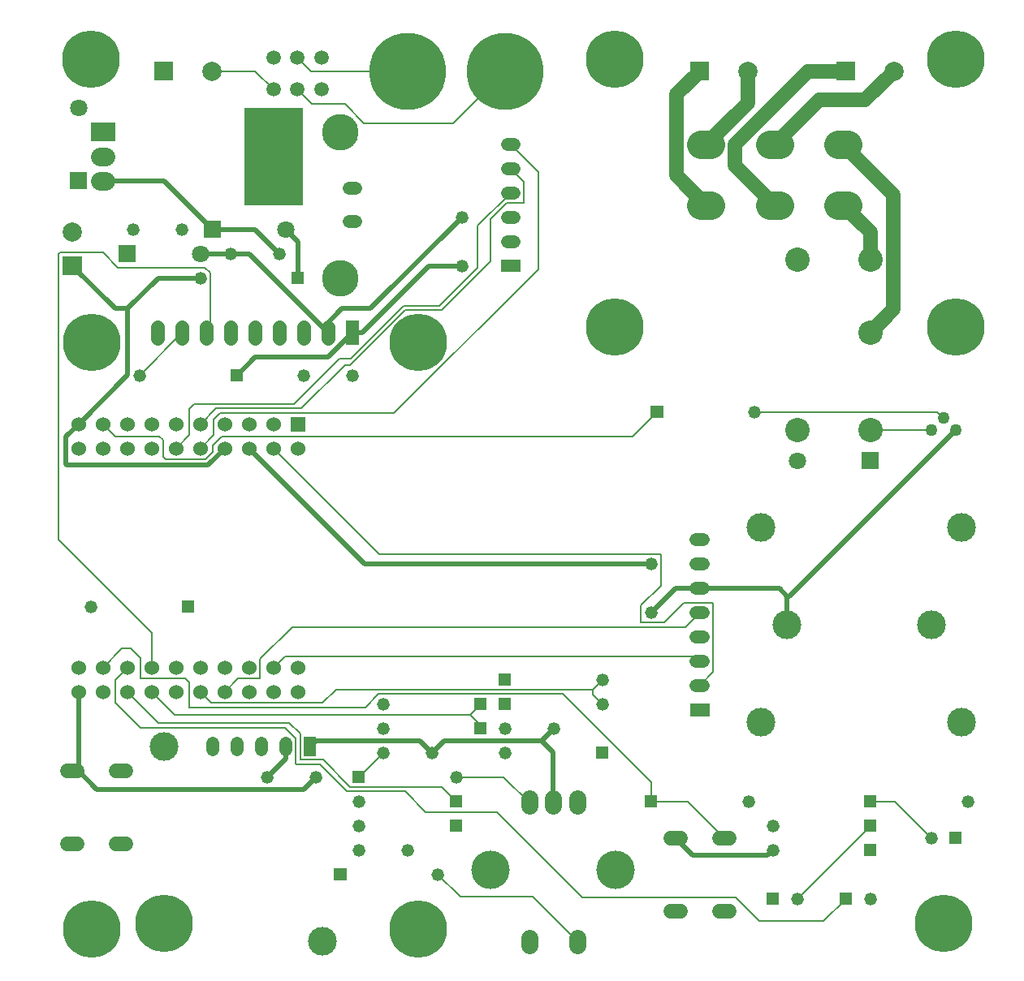
<source format=gbl>
%FSLAX24Y24*%
%MOIN*%
%ADD10C,0.0079*%
%ADD11C,0.0199*%
%ADD12C,0.0500*%
%ADD13C,0.0520*%
%ADD14C,0.0550*%
%ADD15C,0.0591*%
%ADD16C,0.0600*%
%ADD17C,0.0601*%
%ADD18C,0.0700*%
%ADD19C,0.0709*%
%ADD20C,0.0750*%
%ADD21C,0.0787*%
%ADD22C,0.1000*%
%ADD23C,0.1181*%
%ADD24C,0.1500*%
%ADD25C,0.1575*%
%ADD26C,0.2362*%
%ADD27C,0.3150*%
D10*
G01X36499Y5500D02*
X35000Y7000D01*
X35000Y7000D02*
X33999Y7000D01*
X25000Y7000D02*
X26500Y7000D01*
X26500Y7000D02*
X28000Y5499D01*
X2499Y12500D02*
X3283Y13283D01*
X3283Y13283D02*
X3658Y13283D01*
X3658Y13283D02*
X4041Y12900D01*
X4041Y12900D02*
X4041Y12078D01*
X4041Y12078D02*
X4062Y12057D01*
X4062Y12057D02*
X5863Y12057D01*
X5863Y12057D02*
X6041Y11879D01*
X6041Y11879D02*
X6041Y10885D01*
X6041Y10885D02*
X6062Y10864D01*
X6062Y10864D02*
X13267Y10864D01*
X13267Y10864D02*
X13820Y11417D01*
X13820Y11417D02*
X21363Y11417D01*
X21363Y11417D02*
X25000Y7780D01*
X25000Y7780D02*
X25000Y7000D01*
X9500Y12499D02*
X9969Y12969D01*
X9969Y12969D02*
X26780Y12969D01*
X26780Y12969D02*
X27000Y12750D01*
X19250Y32000D02*
X17893Y30643D01*
X17893Y30643D02*
X17893Y28927D01*
X17893Y28927D02*
X16324Y27358D01*
X16324Y27358D02*
X14843Y27358D01*
X14843Y27358D02*
X12675Y25190D01*
X12675Y25190D02*
X12203Y25190D01*
X12203Y25190D02*
X10333Y23320D01*
X10333Y23320D02*
X6242Y23320D01*
X6242Y23320D02*
X6041Y23119D01*
X6041Y23119D02*
X6041Y22041D01*
X6041Y22041D02*
X5500Y21499D01*
X19250Y34000D02*
X20389Y32860D01*
X20389Y32860D02*
X20389Y28870D01*
X20389Y28870D02*
X14460Y22940D01*
X14460Y22940D02*
X7316Y22940D01*
X7316Y22940D02*
X7057Y22682D01*
X7057Y22682D02*
X7057Y22057D01*
X7057Y22057D02*
X6500Y21499D01*
X7500Y11499D02*
X8057Y12057D01*
X8057Y12057D02*
X8937Y12057D01*
X8937Y12057D02*
X8958Y12078D01*
X8958Y12078D02*
X8958Y12837D01*
X8958Y12837D02*
X10272Y14152D01*
X10272Y14152D02*
X26401Y14152D01*
X26401Y14152D02*
X27000Y14750D01*
X20000Y6958D02*
X18959Y8000D01*
X18959Y8000D02*
X17000Y8000D01*
X15000Y37000D02*
X11034Y37000D01*
X11034Y37000D02*
X10484Y37549D01*
X36500Y22250D02*
X33999Y22250D01*
X21968Y1249D02*
X20133Y3085D01*
X20133Y3085D02*
X17165Y3085D01*
X17165Y3085D02*
X16250Y4000D01*
X6750Y26250D02*
X6901Y26401D01*
X6901Y26401D02*
X6901Y28717D01*
X6901Y28717D02*
X6686Y28933D01*
X6686Y28933D02*
X3129Y28933D01*
X3129Y28933D02*
X2522Y29540D01*
X2522Y29540D02*
X736Y29540D01*
X736Y29540D02*
X666Y29471D01*
X666Y29471D02*
X666Y17753D01*
X666Y17753D02*
X4500Y13919D01*
X4500Y13919D02*
X4499Y12500D01*
X19250Y33000D02*
X19795Y32455D01*
X19795Y32455D02*
X19795Y31604D01*
X19795Y31604D02*
X19774Y31583D01*
X19774Y31583D02*
X19090Y31583D01*
X19090Y31583D02*
X18416Y30909D01*
X18416Y30909D02*
X18416Y29178D01*
X18416Y29178D02*
X16416Y27178D01*
X16416Y27178D02*
X14917Y27178D01*
X14917Y27178D02*
X12660Y24921D01*
X12660Y24921D02*
X12440Y24921D01*
X12440Y24921D02*
X10660Y23140D01*
X10660Y23140D02*
X7140Y23140D01*
X7140Y23140D02*
X6500Y22500D01*
X22598Y11598D02*
X12069Y11598D01*
X12069Y11598D02*
X11517Y11045D01*
X11517Y11045D02*
X6954Y11045D01*
X6954Y11045D02*
X6500Y11499D01*
X23000Y12000D02*
X22598Y11598D01*
X23000Y11000D02*
X22598Y11401D01*
X22598Y11401D02*
X22598Y11598D01*
X5750Y26250D02*
X4000Y24500D01*
X19000Y37000D02*
X16870Y34870D01*
X16870Y34870D02*
X13208Y34870D01*
X13208Y34870D02*
X12437Y35641D01*
X12437Y35641D02*
X11093Y35641D01*
X11093Y35641D02*
X10484Y36250D01*
X31000Y3000D02*
X33999Y6000D01*
X9500Y21499D02*
X13847Y17152D01*
X13847Y17152D02*
X25380Y17152D01*
X25380Y17152D02*
X25401Y17131D01*
X25401Y17131D02*
X25401Y15866D01*
X25401Y15866D02*
X24595Y15060D01*
X24595Y15060D02*
X24595Y14370D01*
X24595Y14370D02*
X24616Y14349D01*
X24616Y14349D02*
X25530Y14349D01*
X25530Y14349D02*
X26349Y15167D01*
X26349Y15167D02*
X27535Y15167D01*
X27535Y15167D02*
X27556Y15146D01*
X27556Y15146D02*
X27556Y12307D01*
X27556Y12307D02*
X27000Y11750D01*
X6968Y37000D02*
X8750Y37000D01*
X8750Y37000D02*
X9499Y36250D01*
X25249Y23000D02*
X24250Y22000D01*
X24250Y22000D02*
X7375Y22000D01*
X7375Y22000D02*
X7000Y21624D01*
X7000Y21624D02*
X7000Y21341D01*
X7000Y21341D02*
X6712Y21053D01*
X6712Y21053D02*
X5078Y21053D01*
X5078Y21053D02*
X4968Y21164D01*
X4968Y21164D02*
X4968Y21850D01*
X4968Y21850D02*
X4818Y22000D01*
X4818Y22000D02*
X3000Y22000D01*
X3000Y22000D02*
X2500Y22500D01*
X29250Y23000D02*
X36750Y23000D01*
X36750Y23000D02*
X37000Y22749D01*
X14000Y9000D02*
X13000Y8000D01*
X17565Y10565D02*
X5434Y10565D01*
X5434Y10565D02*
X4499Y11500D01*
X18000Y11000D02*
X17565Y10565D01*
X17565Y10565D02*
X18000Y10131D01*
X18000Y10131D02*
X18000Y10000D01*
X16999Y7000D02*
X16405Y7594D01*
X16405Y7594D02*
X12656Y7594D01*
X12656Y7594D02*
X11541Y8708D01*
X11541Y8708D02*
X10619Y8708D01*
X10619Y8708D02*
X10598Y8729D01*
X10598Y8729D02*
X10598Y9786D01*
X10598Y9786D02*
X10160Y10224D01*
X10160Y10224D02*
X4775Y10224D01*
X4775Y10224D02*
X3499Y11500D01*
X3499Y12500D02*
X3000Y12000D01*
X3000Y12000D02*
X3000Y11059D01*
X3000Y11059D02*
X4047Y10011D01*
X4047Y10011D02*
X9990Y10011D01*
X9990Y10011D02*
X10417Y9585D01*
X10417Y9585D02*
X10417Y8548D01*
X10417Y8548D02*
X10438Y8527D01*
X10438Y8527D02*
X11409Y8527D01*
X11409Y8527D02*
X12523Y7413D01*
X12523Y7413D02*
X14910Y7413D01*
X14910Y7413D02*
X15758Y6565D01*
X15758Y6565D02*
X18673Y6565D01*
X18673Y6565D02*
X22185Y3053D01*
X22185Y3053D02*
X28468Y3053D01*
X28468Y3053D02*
X29447Y2074D01*
X29447Y2074D02*
X32074Y2074D01*
X32074Y2074D02*
X33000Y3000D01*
D11*
G01X8500Y21499D02*
X13249Y16750D01*
X13249Y16750D02*
X25000Y16750D01*
X10500Y28500D02*
X10500Y30000D01*
X10500Y30000D02*
X10000Y30500D01*
X10000Y9250D02*
X10000Y8749D01*
X10000Y8749D02*
X9250Y8000D01*
X17249Y28999D02*
X15892Y29000D01*
X15892Y29000D02*
X13143Y26250D01*
X13143Y26250D02*
X12750Y26250D01*
X7999Y24500D02*
X8751Y25251D01*
X8751Y25251D02*
X11751Y25251D01*
X11751Y25251D02*
X12750Y26250D01*
X29999Y5000D02*
X29775Y4775D01*
X29775Y4775D02*
X26724Y4775D01*
X26724Y4775D02*
X26000Y5499D01*
X1500Y8250D02*
X1499Y11500D01*
X11250Y8000D02*
X10748Y7497D01*
X10748Y7497D02*
X2253Y7497D01*
X2253Y7497D02*
X1500Y8250D01*
X1500Y8250D02*
X1250Y8249D01*
X20500Y9500D02*
X16500Y9500D01*
X16500Y9500D02*
X16000Y9000D01*
X21000Y10000D02*
X20500Y9500D01*
X20500Y9500D02*
X20984Y9015D01*
X20984Y9015D02*
X20984Y6958D01*
X7500Y21499D02*
X6812Y20812D01*
X6812Y20812D02*
X1024Y20812D01*
X1024Y20812D02*
X980Y20856D01*
X980Y20856D02*
X980Y21980D01*
X980Y21980D02*
X1500Y22500D01*
X11544Y26456D02*
X11750Y26250D01*
X7750Y29500D02*
X8501Y29500D01*
X8501Y29500D02*
X11544Y26456D01*
X17249Y31000D02*
X13492Y27241D01*
X13492Y27241D02*
X12329Y27241D01*
X12329Y27241D02*
X11544Y26456D01*
X6500Y29500D02*
X7750Y29500D01*
X3522Y27240D02*
X3010Y27240D01*
X3010Y27240D02*
X1249Y28999D01*
X6500Y28500D02*
X4782Y28500D01*
X4782Y28500D02*
X3522Y27240D01*
X3522Y27240D02*
X3522Y24522D01*
X3522Y24522D02*
X1500Y22500D01*
X16000Y9000D02*
X15500Y9500D01*
X15500Y9500D02*
X11249Y9500D01*
X11249Y9500D02*
X11000Y9250D01*
X30594Y15419D02*
X30263Y15750D01*
X30263Y15750D02*
X27000Y15750D01*
X37500Y22250D02*
X30669Y15419D01*
X30669Y15419D02*
X30594Y15419D01*
X30594Y14250D02*
X30594Y15419D01*
X25000Y14750D02*
X26000Y15750D01*
X26000Y15750D02*
X27000Y15750D01*
X9749Y29500D02*
X8750Y30500D01*
X8750Y30500D02*
X7000Y30500D01*
X2500Y32500D02*
X5000Y32500D01*
X5000Y32500D02*
X7000Y30500D01*
D12*
G01X37500Y22250D03*
X36500Y22250D03*
X37000Y22749D03*
D13*
G01X17000Y8000D03*
X2000Y15000D03*
X17250Y31000D03*
X17250Y28999D03*
X5750Y30500D03*
X3750Y30500D03*
X4000Y24500D03*
X37999Y7000D03*
X23000Y12000D03*
X10749Y24500D03*
X12749Y24500D03*
X9250Y8000D03*
X11250Y8000D03*
X16250Y4000D03*
X34000Y3000D03*
X13999Y10000D03*
X7750Y29500D03*
X9749Y29500D03*
X25000Y16750D03*
X25000Y14750D03*
X23000Y11000D03*
X29250Y23000D03*
X29000Y7000D03*
X13000Y7000D03*
X36499Y5500D03*
X6500Y28500D03*
X13999Y11000D03*
X13000Y6000D03*
X29999Y6000D03*
X16000Y9000D03*
X14000Y9000D03*
X31000Y3000D03*
X18999Y9000D03*
X21000Y10000D03*
X19000Y10000D03*
X29999Y5000D03*
X15000Y5000D03*
X13000Y5000D03*
X27140Y16750D02*
X26860Y16750D01*
X27140Y15750D02*
X26860Y15750D01*
X27140Y11750D02*
X26860Y11750D01*
X27140Y13750D02*
X26860Y13750D01*
X27140Y17750D02*
X26860Y17750D01*
X27140Y14750D02*
X26860Y14750D01*
X27140Y12750D02*
X26860Y12750D01*
X7000Y9390D02*
X7000Y9110D01*
X8000Y9390D02*
X8000Y9110D01*
X10000Y9390D02*
X10000Y9110D01*
X9000Y9390D02*
X9000Y9110D01*
X12890Y30825D02*
X12610Y30825D01*
X19390Y30000D02*
X19110Y30000D01*
X12890Y32175D02*
X12610Y32175D01*
X19390Y33000D02*
X19110Y33000D01*
X19390Y31000D02*
X19110Y31000D01*
X19390Y34000D02*
X19110Y34000D01*
X19390Y32000D02*
X19110Y32000D01*
D14*
G01X10750Y26475D02*
X10750Y26025D01*
X11750Y26475D02*
X11750Y26025D01*
X5750Y26475D02*
X5750Y26025D01*
X9750Y26475D02*
X9750Y26025D01*
X7750Y26475D02*
X7750Y26025D01*
X4750Y26475D02*
X4750Y26025D01*
X8750Y26475D02*
X8750Y26025D01*
X6750Y26475D02*
X6750Y26025D01*
D15*
G01X11468Y36250D03*
X11468Y37549D03*
X10484Y36250D03*
X9499Y36250D03*
X9499Y37549D03*
X10484Y37549D03*
D16*
G01X26041Y32708D02*
X26041Y36041D01*
X4500Y21500D03*
X9500Y21499D03*
X9500Y12499D03*
X7500Y12499D03*
X7500Y11499D03*
X8500Y11499D03*
X5500Y22500D03*
X4499Y11500D03*
X8500Y12499D03*
X1500Y21500D03*
X6500Y11499D03*
X10500Y21499D03*
X8500Y22500D03*
X3500Y21500D03*
X2500Y21500D03*
X10500Y11499D03*
X1499Y12500D03*
X5499Y12500D03*
X8500Y21499D03*
X4499Y12500D03*
X7500Y22500D03*
X7500Y21499D03*
X9500Y11499D03*
X2499Y12500D03*
X9500Y22500D03*
X6500Y21499D03*
X4500Y22500D03*
X6500Y22500D03*
X3500Y22500D03*
X3499Y11500D03*
X1499Y11500D03*
X6500Y12499D03*
X5500Y21499D03*
X3499Y12500D03*
X2500Y22500D03*
X5499Y11500D03*
X2499Y11500D03*
X10500Y12499D03*
X1500Y22500D03*
X3050Y5249D02*
X3450Y5249D01*
X3050Y8249D02*
X3450Y8249D01*
X1050Y5249D02*
X1450Y5249D01*
X1050Y8249D02*
X1450Y8249D01*
X27800Y2499D02*
X28200Y2499D01*
X27800Y5499D02*
X28200Y5499D01*
X25800Y2499D02*
X26199Y2499D01*
X25800Y5499D02*
X26199Y5499D01*
D17*
G01X27250Y33980D02*
X28968Y35698D01*
X28968Y35698D02*
X28968Y37000D01*
X30068Y31500D02*
X28440Y33128D01*
X28440Y33128D02*
X28440Y33993D01*
X28440Y33993D02*
X31447Y37000D01*
X31447Y37000D02*
X33000Y37000D01*
X27250Y31500D02*
X26041Y32708D01*
X26041Y36041D02*
X27000Y37000D01*
X32887Y33980D02*
X34958Y31910D01*
X34958Y31910D02*
X34958Y27208D01*
X34958Y27208D02*
X33999Y26250D01*
X30068Y33980D02*
X31905Y35816D01*
X31905Y35816D02*
X33784Y35816D01*
X33784Y35816D02*
X34968Y37000D01*
X32887Y31500D02*
X34000Y30388D01*
X34000Y30388D02*
X33999Y29250D01*
D18*
G01X20000Y6808D02*
X20000Y7108D01*
X21968Y6808D02*
X21968Y7108D01*
X20000Y1099D02*
X20000Y1399D01*
X21968Y1099D02*
X21968Y1399D01*
X20984Y6808D02*
X20984Y7108D01*
D19*
G01X31000Y21000D03*
X10000Y30500D03*
X6500Y29500D03*
X1500Y35500D03*
D20*
G01X2375Y32500D02*
X2625Y32500D01*
X2375Y33500D02*
X2625Y33500D01*
D21*
G01X1249Y30377D03*
X28968Y37000D03*
X34968Y37000D03*
X6968Y37000D03*
D22*
G01X34000Y22250D03*
X31000Y22250D03*
X31000Y29250D03*
X34000Y29250D03*
X34000Y26250D03*
D23*
G01X36500Y14250D03*
X30594Y14250D03*
X29500Y10250D03*
X37750Y18249D03*
X37750Y10249D03*
X29500Y18250D03*
X11500Y1250D03*
X5000Y9250D03*
X27053Y33980D02*
X27446Y33980D01*
X32690Y31500D02*
X33084Y31500D01*
X29872Y31500D02*
X30265Y31500D01*
X29872Y33980D02*
X30265Y33980D01*
X27053Y31500D02*
X27446Y31500D01*
X32690Y33980D02*
X33084Y33980D01*
D24*
G01X12250Y28500D03*
X12250Y34500D03*
D25*
G01X18425Y4202D03*
X23543Y4202D03*
D26*
G01X23500Y26500D03*
X37500Y26500D03*
X37000Y2000D03*
X23500Y37500D03*
X2037Y25856D03*
X2037Y1761D03*
X15462Y1761D03*
X15462Y25856D03*
X37500Y37500D03*
X5000Y2000D03*
X2000Y37500D03*
D27*
G01X15000Y37000D03*
X19000Y37000D03*
G36*
X33645Y20645D02*G01*
X34354Y20645D01*X34354Y21354D01*X33645Y21354D01*G37*
G36*
X13260Y8260D02*G01*
X12740Y8260D01*X12740Y7740D01*X13260Y7740D01*G37*
G36*
X5739Y14740D02*G01*
X6259Y14740D01*X6259Y15260D01*X5739Y15260D01*G37*
G36*
X856Y29393D02*G01*
X856Y28606D01*X1643Y28606D01*X1643Y29393D01*G37*
G36*
X7740Y24240D02*G01*
X8260Y24240D01*X8260Y24760D01*X7740Y24760D01*G37*
G36*
X26599Y10490D02*G01*
X27399Y10490D01*X27399Y11010D01*X26599Y11010D01*G37*
G36*
X34260Y7260D02*G01*
X33740Y7260D01*X33740Y6740D01*X34260Y6740D01*G37*
G36*
X27393Y37393D02*G01*
X26606Y37393D01*X26606Y36606D01*X27393Y36606D01*G37*
G36*
X19260Y12260D02*G01*
X18740Y12260D01*X18740Y11740D01*X19260Y11740D01*G37*
G36*
X7354Y30854D02*G01*
X6645Y30854D01*X6645Y30145D01*X7354Y30145D01*G37*
G36*
X12510Y4260D02*G01*
X11990Y4260D01*X11990Y3740D01*X12510Y3740D01*G37*
G36*
X33260Y3260D02*G01*
X32740Y3260D01*X32740Y2740D01*X33260Y2740D01*G37*
G36*
X17739Y9740D02*G01*
X18259Y9740D01*X18259Y10260D01*X17739Y10260D01*G37*
G36*
X11260Y8850D02*G01*
X11260Y9650D01*X10740Y9650D01*X10740Y8850D01*G37*
G36*
X10200Y22200D02*G01*
X10800Y22200D01*X10800Y22800D01*X10200Y22800D01*G37*
G36*
X19260Y11260D02*G01*
X18740Y11260D01*X18740Y10740D01*X19260Y10740D01*G37*
G36*
X33393Y37393D02*G01*
X32606Y37393D01*X32606Y36606D01*X33393Y36606D01*G37*
G36*
X25510Y23260D02*G01*
X24990Y23260D01*X24990Y22740D01*X25510Y22740D01*G37*
G36*
X25260Y7260D02*G01*
X24740Y7260D01*X24740Y6740D01*X25260Y6740D01*G37*
G36*
X16740Y6740D02*G01*
X17260Y6740D01*X17260Y7260D01*X16740Y7260D01*G37*
G36*
X3854Y29854D02*G01*
X3145Y29854D01*X3145Y29145D01*X3854Y29145D01*G37*
G36*
X37239Y5240D02*G01*
X37759Y5240D01*X37759Y5760D01*X37240Y5760D01*G37*
G36*
X10240Y28239D02*G01*
X10760Y28239D01*X10760Y28759D01*X10240Y28759D01*G37*
G36*
X13025Y25750D02*G01*
X13025Y26750D01*X12474Y26750D01*X12474Y25750D01*G37*
G36*
X17739Y10740D02*G01*
X18259Y10740D01*X18259Y11260D01*X17739Y11260D01*G37*
G36*
X16740Y5740D02*G01*
X17260Y5740D01*X17260Y6260D01*X16740Y6260D01*G37*
G36*
X1145Y32854D02*G01*
X1145Y32145D01*X1854Y32145D01*X1854Y32854D01*G37*
G36*
X33739Y5740D02*G01*
X34259Y5740D01*X34259Y6260D01*X33739Y6260D01*G37*
G36*
X30260Y3260D02*G01*
X29740Y3260D01*X29740Y2740D01*X30260Y2740D01*G37*
G36*
X10699Y31500D02*G01*
X10700Y35500D01*X8300Y35500D01*X8300Y31500D01*G37*
G36*
X3000Y34125D02*G01*
X3000Y34875D01*X2000Y34875D01*X2000Y34125D01*G37*
G36*
X22739Y8740D02*G01*
X23259Y8740D01*X23259Y9260D01*X22739Y9260D01*G37*
G36*
X33739Y4740D02*G01*
X34259Y4740D01*X34259Y5260D01*X33739Y5260D01*G37*
G36*
X5393Y37393D02*G01*
X4606Y37393D01*X4606Y36606D01*X5393Y36606D01*G37*
G36*
X18850Y29260D02*G01*
X18850Y28740D01*X19650Y28740D01*X19650Y29260D01*G37*
M02*

</source>
